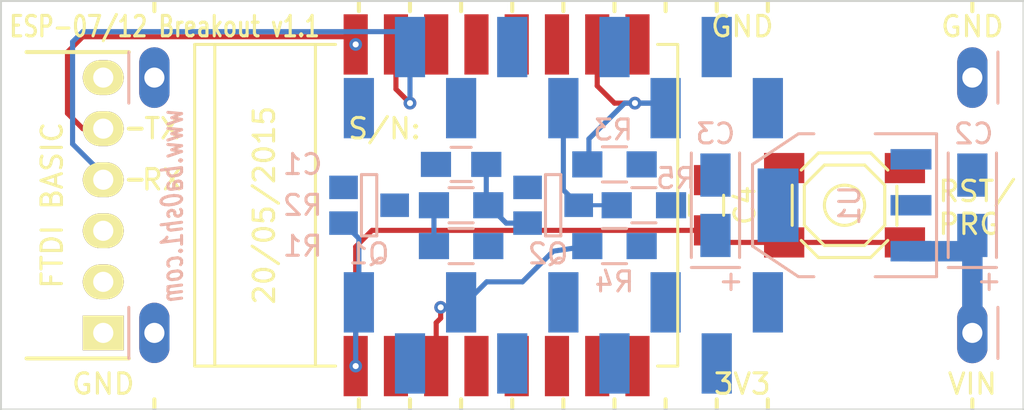
<source format=kicad_pcb>

(kicad_pcb
  (version 4)
  (host pcbnew "(after 2015-may-01 BZR unknown)-product")
  (general
    (links 54)
    (no_connects 0)
    (area 104.854829 118.059999 157.530001 138.480001)
    (thickness 1.6)
    (drawings 43)
    (tracks 245)
    (zones 0)
    (modules 17)
    (nets 23))
  (page A4)
  (layers
    (0 F.Cu signal hide)
    (31 B.Cu signal)
    (32 B.Adhes user hide)
    (33 F.Adhes user hide)
    (34 B.Paste user hide)
    (35 F.Paste user hide)
    (36 B.SilkS user)
    (37 F.SilkS user)
    (38 B.Mask user)
    (39 F.Mask user hide)
    (40 Dwgs.User user hide)
    (41 Cmts.User user hide)
    (42 Eco1.User user hide)
    (43 Eco2.User user hide)
    (44 Edge.Cuts user)
    (45 Margin user hide)
    (46 B.CrtYd user hide)
    (47 F.CrtYd user hide)
    (48 B.Fab user hide)
    (49 F.Fab user hide))
  (setup
    (last_trace_width 0.2032)
    (user_trace_width 0.1524)
    (user_trace_width 0.1524)
    (user_trace_width 0.254)
    (user_trace_width 0.381)
    (user_trace_width 0.508)
    (user_trace_width 1.016)
    (user_trace_width 1.27)
    (user_trace_width 1.524)
    (trace_clearance 0.1524)
    (zone_clearance 0.508)
    (zone_45_only no)
    (trace_min 0.1524)
    (segment_width 0.2)
    (edge_width 0.1)
    (via_size 0.635)
    (via_drill 0.3)
    (via_min_size 0.635)
    (via_min_drill 0.3)
    (user_via 0.635 0)
    (user_via 0.7366 0)
    (user_via 0.8382 0)
    (user_via 1.27 0.4)
    (uvia_size 0.508)
    (uvia_drill 0.127)
    (uvias_allowed no)
    (uvia_min_size 0.508)
    (uvia_min_drill 0.127)
    (pcb_text_width 0.3)
    (pcb_text_size 1.5 1.5)
    (mod_edge_width 0.15)
    (mod_text_size 1 1)
    (mod_text_width 0.15)
    (pad_size 2 1.5)
    (pad_drill 0)
    (pad_to_mask_clearance 0.1)
    (aux_axis_origin 106.68 138.43)
    (visible_elements 7FFFFF69)
    (pcbplotparams
      (layerselection 0x010f0_80000001)
      (usegerberextensions true)
      (gerberprecision 5)
      (excludeedgelayer true)
      (linewidth 0.1524)
      (plotframeref false)
      (viasonmask false)
      (mode 1)
      (useauxorigin true)
      (hpglpennumber 1)
      (hpglpenspeed 20)
      (hpglpendiameter 15)
      (hpglpenoverlay 2)
      (psnegative false)
      (psa4output false)
      (plotreference true)
      (plotvalue true)
      (plotinvisibletext false)
      (padsonsilk false)
      (subtractmaskfromsilk false)
      (outputformat 1)
      (mirror false)
      (drillshape 0)
      (scaleselection 1)
      (outputdirectory gerber)))
  (net 0 "")
  (net 1 "Net-(C1-Pad1)")
  (net 2 GND)
  (net 3 +5V)
  (net 4 +3V3)
  (net 5 /CTS)
  (net 6 /V+)
  (net 7 /TXO)
  (net 8 /RXI)
  (net 9 /DTR)
  (net 10 /RESET)
  (net 11 "Net-(Q1-PadD)")
  (net 12 /GPIO0)
  (net 13 "Net-(M1-Pad10)")
  (net 14 "Net-(M1-Pad3)")
  (net 15 "Net-(M1-Pad2)")
  (net 16 "Net-(M1-Pad4)")
  (net 17 "Net-(M1-Pad5)")
  (net 18 "Net-(M1-Pad6)")
  (net 19 "Net-(M1-Pad7)")
  (net 20 "Net-(M1-Pad13)")
  (net 21 "Net-(M1-Pad14)")
  (net 22 "Net-(M1-Pad11)")
  (net_class Default "This is the default net class."
    (clearance 0.1524)
    (trace_width 0.2032)
    (via_dia 0.635)
    (via_drill 0.3)
    (uvia_dia 0.508)
    (uvia_drill 0.127)
    (add_net +3V3)
    (add_net +5V)
    (add_net /CTS)
    (add_net /DTR)
    (add_net /GPIO0)
    (add_net /RESET)
    (add_net /RXI)
    (add_net /TXO)
    (add_net /V+)
    (add_net GND)
    (add_net "Net-(C1-Pad1)")
    (add_net "Net-(M1-Pad10)")
    (add_net "Net-(M1-Pad11)")
    (add_net "Net-(M1-Pad13)")
    (add_net "Net-(M1-Pad14)")
    (add_net "Net-(M1-Pad2)")
    (add_net "Net-(M1-Pad3)")
    (add_net "Net-(M1-Pad4)")
    (add_net "Net-(M1-Pad5)")
    (add_net "Net-(M1-Pad6)")
    (add_net "Net-(M1-Pad7)")
    (add_net "Net-(Q1-PadD)"))
  (module Capacitors_Tantalum_SMD:TantalC_SizeA_EIA-3216_Wave
    (layer B.Cu)
    (tedit 555A8829)
    (tstamp 54FC78B4)
    (at 142.1765 128.27 90)
    (descr "Tantal Cap. , Size A, EIA-3216, Wave,")
    (tags "Tantal Cap. , Size A, EIA-3216, Wave,")
    (path /54AD5071)
    (attr smd)
    (fp_text reference C3
      (at 3.556 0 180)
      (layer B.SilkS)
      (effects
        (font
          (size 1 1)
          (thickness 0.15))
        (justify mirror)))
    (fp_text value 22u
      (at -0.0635 0.0635 90)
      (layer B.SilkS) hide
      (effects
        (font
          (size 0.254 0.254)
          (thickness 0.0254))
        (justify mirror)))
    (fp_text user +
      (at -3.81 0.6985 90)
      (layer B.SilkS)
      (effects
        (font
          (size 1 1)
          (thickness 0.15))
        (justify mirror)))
    (fp_line
      (start -2.60096 -1.19888)
      (end 2.60096 -1.19888)
      (layer B.SilkS)
      (width 0.15))
    (fp_line
      (start 2.60096 1.19888)
      (end -2.60096 1.19888)
      (layer B.SilkS)
      (width 0.15))
    (fp_line
      (start -3.09626 1.19888)
      (end -3.09626 -1.19888)
      (layer B.SilkS)
      (width 0.15))
    (pad 2 smd rect
      (at 1.50114 0 90)
      (size 2.14884 1.50114)
      (layers B.Cu B.Paste B.Mask))
    (pad 1 smd rect
      (at -1.50114 0 90)
      (size 2.14884 1.50114)
      (layers B.Cu B.Paste B.Mask))
    (model Capacitors_Tantalum_SMD/TantalC_SizeA_EIA-3216_Wave.wrl
      (at
        (xyz 0 0 0))
      (scale
        (xyz 1 1 1))
      (rotate
        (xyz 0 0 180))))
  (module Capacitors_Tantalum_SMD:TantalC_SizeA_EIA-3216_Wave
    (layer B.Cu)
    (tedit 54FC797B)
    (tstamp 54FC78AF)
    (at 154.94 128.27 90)
    (descr "Tantal Cap. , Size A, EIA-3216, Wave,")
    (tags "Tantal Cap. , Size A, EIA-3216, Wave,")
    (path /54AD50D3)
    (attr smd)
    (fp_text reference C2
      (at 3.556 0.0635 360)
      (layer B.SilkS)
      (effects
        (font
          (size 1 1)
          (thickness 0.15))
        (justify mirror)))
    (fp_text value 4u7
      (at -0.09906 -3.0988 90)
      (layer B.SilkS) hide
      (effects
        (font
          (size 1 1)
          (thickness 0.15))
        (justify mirror)))
    (fp_text user +
      (at -3.81 0.762 90)
      (layer B.SilkS)
      (effects
        (font
          (size 1 1)
          (thickness 0.15))
        (justify mirror)))
    (fp_line
      (start -2.60096 -1.19888)
      (end 2.60096 -1.19888)
      (layer B.SilkS)
      (width 0.15))
    (fp_line
      (start 2.60096 1.19888)
      (end -2.60096 1.19888)
      (layer B.SilkS)
      (width 0.15))
    (fp_line
      (start -3.09626 1.19888)
      (end -3.09626 -1.19888)
      (layer B.SilkS)
      (width 0.15))
    (pad 2 smd rect
      (at 1.50114 0 90)
      (size 2.14884 1.50114)
      (layers B.Cu B.Paste B.Mask))
    (pad 1 smd rect
      (at -1.50114 0 90)
      (size 2.14884 1.50114)
      (layers B.Cu B.Paste B.Mask))
    (model Capacitors_Tantalum_SMD/TantalC_SizeA_EIA-3216_Wave.wrl
      (at
        (xyz 0 0 0))
      (scale
        (xyz 1 1 1))
      (rotate
        (xyz 0 0 180))))
  (module Switch:PUSH_4x4_SMD
    (layer F.Cu)
    (tedit 54E04A6C)
    (tstamp 54AE9056)
    (at 148.59 128.27)
    (descr "Pushbutton, 4x4, SMD")
    (path /54AD3C67)
    (autoplace_cost180 10)
    (fp_text reference SW1
      (at 0 -3.59918)
      (layer F.SilkS) hide
      (effects
        (font
          (size 1.016 1.016)
          (thickness 0.1524))))
    (fp_text value SW_PUSH
      (at 0 0)
      (layer F.SilkS) hide
      (effects
        (font
          (size 0.254 0.254)
          (thickness 0.0254))))
    (fp_line
      (start -2.6 -1)
      (end -2.6 1)
      (layer F.SilkS)
      (width 0.1524))
    (fp_line
      (start 2.6 1)
      (end 2.6 -0.95)
      (layer F.SilkS)
      (width 0.1524))
    (fp_line
      (start 1.3 2.6)
      (end 2.15 1.75)
      (layer F.SilkS)
      (width 0.1524))
    (fp_line
      (start -1.3 2.6)
      (end -2.15 1.75)
      (layer F.SilkS)
      (width 0.1524))
    (fp_line
      (start 1.3 -2.6)
      (end 2.15 -1.75)
      (layer F.SilkS)
      (width 0.1524))
    (fp_line
      (start -1.3 -2.6)
      (end -2.15 -1.75)
      (layer F.SilkS)
      (width 0.1524))
    (fp_line
      (start -1.99898 1.00076)
      (end -1.00076 1.99898)
      (layer F.SilkS)
      (width 0.1524))
    (fp_line
      (start -1.00076 1.99898)
      (end 1.00076 1.99898)
      (layer F.SilkS)
      (width 0.1524))
    (fp_line
      (start 1.00076 1.99898)
      (end 1.99898 1.00076)
      (layer F.SilkS)
      (width 0.1524))
    (fp_line
      (start 1.99898 1.00076)
      (end 1.99898 -1.00076)
      (layer F.SilkS)
      (width 0.1524))
    (fp_line
      (start 1.99898 -1.00076)
      (end 1.00076 -1.99898)
      (layer F.SilkS)
      (width 0.1524))
    (fp_line
      (start 1.00076 -1.99898)
      (end -1.00076 -1.99898)
      (layer F.SilkS)
      (width 0.1524))
    (fp_line
      (start -1.00076 -1.99898)
      (end -1.99898 -1.00076)
      (layer F.SilkS)
      (width 0.1524))
    (fp_line
      (start -1.99898 -1.00076)
      (end -1.99898 1.00076)
      (layer F.SilkS)
      (width 0.1524))
    (fp_line
      (start -1.30048 2.60096)
      (end 1.30048 2.60096)
      (layer F.SilkS)
      (width 0.1524))
    (fp_line
      (start 1.30048 -2.60096)
      (end -1.30048 -2.60096)
      (layer F.SilkS)
      (width 0.1524))
    (fp_circle
      (center 0 0)
      (end -1.00076 0)
      (layer F.SilkS)
      (width 0.1524))
    (pad 1 smd rect
      (at -2.99974 -1.84912)
      (size 2 1.5)
      (layers F.Cu F.Paste F.Mask))
    (pad 2 smd rect
      (at 2.99974 1.84912)
      (size 2 1.5)
      (layers F.Cu F.Paste F.Mask)
      (net 10 /RESET))
    (pad 2 smd rect
      (at -2.99974 1.84912)
      (size 2 1.5)
      (layers F.Cu F.Paste F.Mask)
      (net 10 /RESET))
    (pad 1 smd rect
      (at 2.99974 -1.84912)
      (size 2 1.5)
      (layers F.Cu F.Paste F.Mask))
    (model D:/Workspace/KiCad/modules/packages3d/PUSH_4x4_SMD.wrl
      (at
        (xyz 0 0 0))
      (scale
        (xyz 1 1 1))
      (rotate
        (xyz 0 0 0))))
  (module SMD_Packages:SOT-23-GDS
    (layer B.Cu)
    (tedit 5506DBEC)
    (tstamp 54AEA54D)
    (at 134.112 128.27 270)
    (descr "Module CMS SOT23 Transistore EBC")
    (tags "CMS SOT")
    (path /54AD3C30)
    (attr smd)
    (fp_text reference Q2
      (at 2.413 0.254 540)
      (layer B.SilkS)
      (effects
        (font
          (size 1 1)
          (thickness 0.15))
        (justify mirror)))
    (fp_text value BSS138
      (at 0 0 270)
      (layer B.SilkS) hide
      (effects
        (font
          (size 0.254 0.254)
          (thickness 0.0254))
        (justify mirror)))
    (fp_line
      (start -1.524 0.381)
      (end 1.524 0.381)
      (layer B.SilkS)
      (width 0.15))
    (fp_line
      (start 1.524 0.381)
      (end 1.524 -0.381)
      (layer B.SilkS)
      (width 0.15))
    (fp_line
      (start 1.524 -0.381)
      (end -1.524 -0.381)
      (layer B.SilkS)
      (width 0.15))
    (fp_line
      (start -1.524 -0.381)
      (end -1.524 0.381)
      (layer B.SilkS)
      (width 0.15))
    (pad S smd rect
      (at -0.889 1.27 270)
      (size 1.1684 1.4224)
      (layers B.Cu B.Paste B.Mask))
    (pad G smd rect
      (at 0.889 1.27 270)
      (size 1.1684 1.4224)
      (layers B.Cu B.Paste B.Mask)
      (net 1 "Net-(C1-Pad1)"))
    (pad D smd rect
      (at 0 -1.27 270)
      (size 1.1684 1.4224)
      (layers B.Cu B.Paste B.Mask)
      (net 12 /GPIO0))
    (model SMD_Packages/SOT-23-GDS.wrl
      (at
        (xyz 0 0 0))
      (scale
        (xyz 0.13 0.15 0.15))
      (rotate
        (xyz 0 0 0))))
  (module SMD_Packages:SOT-23-GDS
    (layer B.Cu)
    (tedit 5506DBF4)
    (tstamp 54B14682)
    (at 124.968 128.27 270)
    (descr "Module CMS SOT23 Transistore EBC")
    (tags "CMS SOT")
    (path /54AD3D9E)
    (attr smd)
    (fp_text reference Q1
      (at 2.413 0 540)
      (layer B.SilkS)
      (effects
        (font
          (size 1 1)
          (thickness 0.15))
        (justify mirror)))
    (fp_text value BSS138
      (at 0 0 270)
      (layer B.SilkS) hide
      (effects
        (font
          (size 0.254 0.254)
          (thickness 0.0254))
        (justify mirror)))
    (fp_line
      (start -1.524 0.381)
      (end 1.524 0.381)
      (layer B.SilkS)
      (width 0.15))
    (fp_line
      (start 1.524 0.381)
      (end 1.524 -0.381)
      (layer B.SilkS)
      (width 0.15))
    (fp_line
      (start 1.524 -0.381)
      (end -1.524 -0.381)
      (layer B.SilkS)
      (width 0.15))
    (fp_line
      (start -1.524 -0.381)
      (end -1.524 0.381)
      (layer B.SilkS)
      (width 0.15))
    (pad S smd rect
      (at -0.889 1.27 270)
      (size 1.1684 1.4224)
      (layers B.Cu B.Paste B.Mask))
    (pad G smd rect
      (at 0.889 1.27 270)
      (size 1.1684 1.4224)
      (layers B.Cu B.Paste B.Mask)
      (net 10 /RESET))
    (pad D smd rect
      (at 0 -1.27 270)
      (size 1.1684 1.4224)
      (layers B.Cu B.Paste B.Mask))
    (model SMD_Packages/SOT-23-GDS.wrl
      (at
        (xyz 0 0 0))
      (scale
        (xyz 0.13 0.15 0.15))
      (rotate
        (xyz 0 0 0))))
  (module Breakout:SMD-PINHEADER-11A
    (layer B.Cu)
    (tedit inf)
    (tstamp 54B12F2F)
    (at 114.3 121.92)
    (path /54AE7D67)
    (attr virtual)
    (fp_text reference P2
      (at 0 2.54)
      (layer B.SilkS) hide
      (effects
        (font
          (size 1.016 1.016)
          (thickness 0.1524))
        (justify mirror)))
    (fp_text value CONN_01X11
      (at 2.54 0)
      (layer B.SilkS) hide
      (effects
        (font
          (size 0.254 0.254)
          (thickness 0.0254))
        (justify mirror)))
    (fp_line
      (start 41.91 1.27)
      (end 41.91 -1.27)
      (layer B.SilkS)
      (width 0.15))
    (fp_line
      (start -1.27 1.27)
      (end -1.27 -1.27)
      (layer B.SilkS)
      (width 0.15))
    (pad 11 thru_hole oval
      (at 40.64 0)
      (size 1.50622 3.01498)
      (drill 0.99822)
      (layers *.Cu *.Mask))
    (pad 1 thru_hole oval
      (at 0 0)
      (size 1.50622 3.01498)
      (drill 0.99822)
      (layers *.Cu *.Mask))
    (pad 2 smd rect
      (at 10.16 1.52)
      (size 1.5 3)
      (layers B.Cu B.Paste B.Mask))
    (pad 3 smd rect
      (at 12.7 -1.52)
      (size 1.5 3)
      (layers B.Cu B.Paste B.Mask))
    (pad 4 smd rect
      (at 15.24 1.52)
      (size 1.5 3)
      (layers B.Cu B.Paste B.Mask))
    (pad 5 smd rect
      (at 17.78 -1.52)
      (size 1.5 3)
      (layers B.Cu B.Paste B.Mask))
    (pad 6 smd rect
      (at 20.32 1.52)
      (size 1.5 3)
      (layers B.Cu B.Paste B.Mask)
      (net 12 /GPIO0))
    (pad 7 smd rect
      (at 22.86 -1.52)
      (size 1.5 3)
      (layers B.Cu B.Paste B.Mask))
    (pad 8 smd rect
      (at 25.4 1.52)
      (size 1.5 3)
      (layers B.Cu B.Paste B.Mask))
    (pad 9 smd rect
      (at 27.94 -1.52)
      (size 1.5 3)
      (layers B.Cu B.Paste B.Mask))
    (pad 10 smd rect
      (at 30.48 1.52)
      (size 1.5 3)
      (layers B.Cu B.Paste B.Mask)))
  (module Breakout:SMD-PINHEADER-11B
    (layer B.Cu)
    (tedit 54E03FE7)
    (tstamp 54B12F45)
    (at 114.3 134.62)
    (path /54AE7843)
    (attr virtual)
    (fp_text reference P3
      (at 0 -2.54)
      (layer B.SilkS) hide
      (effects
        (font
          (size 1.016 1.016)
          (thickness 0.1524))
        (justify mirror)))
    (fp_text value CONN_01X11
      (at 2.54 0)
      (layer B.SilkS) hide
      (effects
        (font
          (size 0.254 0.254)
          (thickness 0.0254))
        (justify mirror)))
    (fp_line
      (start 41.91 1.27)
      (end 41.91 -1.27)
      (layer B.SilkS)
      (width 0.15))
    (fp_line
      (start -1.27 1.27)
      (end -1.27 -1.27)
      (layer B.SilkS)
      (width 0.15))
    (pad 11 thru_hole oval
      (at 40.64 0)
      (size 1.50622 3.01498)
      (drill 0.99822)
      (layers *.Cu *.Mask)
      (net 3 +5V))
    (pad 1 thru_hole oval
      (at 0 0)
      (size 1.5 3)
      (drill 1)
      (layers *.Cu *.Mask))
    (pad 2 smd rect
      (at 10.16 -1.52)
      (size 1.5 3)
      (layers B.Cu B.Paste B.Mask)
      (net 10 /RESET))
    (pad 3 smd rect
      (at 12.7 1.52)
      (size 1.5 3)
      (layers B.Cu B.Paste B.Mask))
    (pad 4 smd rect
      (at 15.24 -1.52)
      (size 1.5 3)
      (layers B.Cu B.Paste B.Mask))
    (pad 5 smd rect
      (at 17.78 1.52)
      (size 1.5 3)
      (layers B.Cu B.Paste B.Mask))
    (pad 6 smd rect
      (at 20.32 -1.52)
      (size 1.5 3)
      (layers B.Cu B.Paste B.Mask))
    (pad 7 smd rect
      (at 22.86 1.52)
      (size 1.5 3)
      (layers B.Cu B.Paste B.Mask))
    (pad 8 smd rect
      (at 25.4 -1.52)
      (size 1.5 3)
      (layers B.Cu B.Paste B.Mask))
    (pad 9 smd rect
      (at 27.94 1.52)
      (size 1.5 3)
      (layers B.Cu B.Paste B.Mask))
    (pad 10 smd rect
      (at 30.48 -1.52)
      (size 1.5 3)
      (layers B.Cu B.Paste B.Mask)))
  (module Pin_Headers:Pin_Header_Angled_1x06
    (layer F.Cu)
    (tedit 54C11447)
    (tstamp 54B1F246)
    (at 111.76 128.27 90)
    (descr "Through hole pin header")
    (tags "pin header")
    (path /54AD3CB0)
    (fp_text reference P1
      (at 0 -3.81 90)
      (layer F.SilkS) hide
      (effects
        (font
          (size 1 1)
          (thickness 0.15))))
    (fp_text value "FTDI BASIC"
      (at 0 -2.54 90)
      (layer F.SilkS)
      (effects
        (font
          (size 1.016 1.016)
          (thickness 0.1524))))
    (pad 1 thru_hole rect
      (at -6.35 0 90)
      (size 1.7272 2.032)
      (drill 1)
      (layers *.Cu *.Mask F.SilkS))
    (pad 2 thru_hole oval
      (at -3.81 0 90)
      (size 1.7272 2.032)
      (drill 1)
      (layers *.Cu *.Mask F.SilkS))
    (pad 3 thru_hole oval
      (at -1.27 0 90)
      (size 1.7272 2.032)
      (drill 1)
      (layers *.Cu *.Mask F.SilkS))
    (pad 4 thru_hole oval
      (at 1.27 0 90)
      (size 1.7272 2.032)
      (drill 1)
      (layers *.Cu *.Mask F.SilkS)
      (net 7 /TXO))
    (pad 5 thru_hole oval
      (at 3.81 0 90)
      (size 1.7272 2.032)
      (drill 1)
      (layers *.Cu *.Mask F.SilkS)
      (net 8 /RXI))
    (pad 6 thru_hole oval
      (at 6.35 0 90)
      (size 1.7272 2.032)
      (drill 1)
      (layers *.Cu *.Mask F.SilkS))
    (model Pin_Headers/Pin_Header_Angled_1x06.wrl
      (at
        (xyz 0 0 0))
      (scale
        (xyz 1 1 1))
      (rotate
        (xyz 0 0 0))))
  (module ESP8266:ESP-07
    (layer F.Cu)
    (tedit 54B145D5)
    (tstamp 54B12F19)
    (at 130.302 128.27)
    (path /54AAAAD0)
    (fp_text reference M1
      (at 0 0)
      (layer F.SilkS) hide
      (effects
        (font
          (size 1 1)
          (thickness 0.15))))
    (fp_text value ESP-07
      (at -6.604 0 90)
      (layer F.SilkS) hide
      (effects
        (font
          (size 1.016 1.016)
          (thickness 0.1524))))
    (fp_line
      (start -13 -8)
      (end -14 -8)
      (layer F.SilkS)
      (width 0.15))
    (fp_line
      (start -14 -8)
      (end -14 8)
      (layer F.SilkS)
      (width 0.15))
    (fp_line
      (start -14 8)
      (end -13 8)
      (layer F.SilkS)
      (width 0.15))
    (fp_line
      (start -8 -8)
      (end -8 8)
      (layer F.SilkS)
      (width 0.15))
    (fp_line
      (start -7 8)
      (end -13 8)
      (layer F.SilkS)
      (width 0.15))
    (fp_line
      (start -13 8)
      (end -13 -8)
      (layer F.SilkS)
      (width 0.15))
    (fp_line
      (start -13 -8)
      (end -7 -8)
      (layer F.SilkS)
      (width 0.15))
    (fp_line
      (start 9 8)
      (end 10 8)
      (layer F.SilkS)
      (width 0.15))
    (fp_line
      (start 10 8)
      (end 10 -8)
      (layer F.SilkS)
      (width 0.15))
    (fp_line
      (start 10 -8)
      (end 9 -8)
      (layer F.SilkS)
      (width 0.15))
    (pad 1 smd rect
      (at -6 8)
      (size 1.2 3)
      (layers F.Cu F.Paste F.Mask)
      (net 10 /RESET))
    (pad 2 smd rect
      (at -4 8)
      (size 1.2 3)
      (layers F.Cu F.Paste F.Mask))
    (pad 3 smd rect
      (at -2 8)
      (size 1.2 3)
      (layers F.Cu F.Paste F.Mask)
      (net 14 "Net-(M1-Pad3)"))
    (pad 4 smd rect
      (at 0 8)
      (size 1.2 3)
      (layers F.Cu F.Paste F.Mask))
    (pad 5 smd rect
      (at 2 8)
      (size 1.2 3)
      (layers F.Cu F.Paste F.Mask))
    (pad 6 smd rect
      (at 4 8)
      (size 1.2 3)
      (layers F.Cu F.Paste F.Mask))
    (pad 7 smd rect
      (at 6 8)
      (size 1.2 3)
      (layers F.Cu F.Paste F.Mask))
    (pad 8 smd rect
      (at 8 8)
      (size 1.2 3)
      (layers F.Cu F.Paste F.Mask))
    (pad 9 smd rect
      (at 8 -8)
      (size 1.2 3)
      (layers F.Cu F.Paste F.Mask))
    (pad 10 smd rect
      (at 6 -8)
      (size 1.2 3)
      (layers F.Cu F.Paste F.Mask)
      (net 13 "Net-(M1-Pad10)"))
    (pad 12 smd rect
      (at 2 -8)
      (size 1.2 3)
      (layers F.Cu F.Paste F.Mask))
    (pad 13 smd rect
      (at 0 -8)
      (size 1.2 3)
      (layers F.Cu F.Paste F.Mask))
    (pad 14 smd rect
      (at -2 -8)
      (size 1.2 3)
      (layers F.Cu F.Paste F.Mask))
    (pad 15 smd rect
      (at -4 -8)
      (size 1.2 3)
      (layers F.Cu F.Paste F.Mask)
      (net 7 /TXO))
    (pad 16 smd rect
      (at -6 -8)
      (size 1.2 3)
      (layers F.Cu F.Paste F.Mask)
      (net 8 /RXI))
    (pad 11 smd rect
      (at 4 -8)
      (size 1.2 3)
      (layers F.Cu F.Paste F.Mask)))
  (module SMD_Packages:SOT-223
    (layer B.Cu)
    (tedit 54B2011B)
    (tstamp 54B14C77)
    (at 148.59 128.27 270)
    (descr "module CMS SOT223 4 pins")
    (tags "CMS SOT")
    (path /54AD4F12)
    (attr smd)
    (fp_text reference U1
      (at 0 -0.254 270)
      (layer B.SilkS)
      (effects
        (font
          (size 1 1)
          (thickness 0.15))
        (justify mirror)))
    (fp_text value 1117-3.3
      (at 0 -0.762 270)
      (layer B.SilkS) hide
      (effects
        (font
          (size 0.254 0.254)
          (thickness 0.0254))
        (justify mirror)))
    (fp_line
      (start -3.556 -1.524)
      (end -3.556 -4.572)
      (layer B.SilkS)
      (width 0.15))
    (fp_line
      (start -3.556 -4.572)
      (end 3.556 -4.572)
      (layer B.SilkS)
      (width 0.15))
    (fp_line
      (start 3.556 -4.572)
      (end 3.556 -1.524)
      (layer B.SilkS)
      (width 0.15))
    (fp_line
      (start -3.556 1.524)
      (end -3.556 2.286)
      (layer B.SilkS)
      (width 0.15))
    (fp_line
      (start -3.556 2.286)
      (end -2.032 4.572)
      (layer B.SilkS)
      (width 0.15))
    (fp_line
      (start -2.032 4.572)
      (end 2.032 4.572)
      (layer B.SilkS)
      (width 0.15))
    (fp_line
      (start 2.032 4.572)
      (end 3.556 2.286)
      (layer B.SilkS)
      (width 0.15))
    (fp_line
      (start 3.556 2.286)
      (end 3.556 1.524)
      (layer B.SilkS)
      (width 0.15))
    (pad 2 smd rect
      (at 0 3.302 270)
      (size 3.6576 2.032)
      (layers B.Cu B.Paste B.Mask))
    (pad 2 smd rect
      (at 0 -3.302 270)
      (size 1.016 2.032)
      (layers B.Cu B.Paste B.Mask))
    (pad 3 smd rect
      (at 2.286 -3.302 270)
      (size 1.016 2.032)
      (layers B.Cu B.Paste B.Mask)
      (net 3 +5V))
    (pad 1 smd rect
      (at -2.286 -3.302 270)
      (size 1.016 2.032)
      (layers B.Cu B.Paste B.Mask))
    (model SMD_Packages/SOT-223.wrl
      (at
        (xyz 0 0 0))
      (scale
        (xyz 0.4 0.4 0.4))
      (rotate
        (xyz 0 0 0))))
  (module Capacitors_SMD:C_0805_HandSoldering
    (layer B.Cu)
    (tedit 5506DBE0)
    (tstamp 54AE96B8)
    (at 129.54 126.238 180)
    (descr "Capacitor SMD 0805, hand soldering")
    (tags "capacitor 0805")
    (path /54AD3E65)
    (attr smd)
    (fp_text reference C1
      (at 7.874 0 180)
      (layer B.SilkS)
      (effects
        (font
          (size 1 1)
          (thickness 0.15))
        (justify mirror)))
    (fp_text value 2u2
      (at 0 0 450)
      (layer B.SilkS) hide
      (effects
        (font
          (size 0.254 0.254)
          (thickness 0.0254))
        (justify mirror)))
    (fp_line
      (start -2.3 1)
      (end 2.3 1)
      (layer B.CrtYd)
      (width 0.05))
    (fp_line
      (start -2.3 -1)
      (end 2.3 -1)
      (layer B.CrtYd)
      (width 0.05))
    (fp_line
      (start -2.3 1)
      (end -2.3 -1)
      (layer B.CrtYd)
      (width 0.05))
    (fp_line
      (start 2.3 1)
      (end 2.3 -1)
      (layer B.CrtYd)
      (width 0.05))
    (fp_line
      (start 0.5 0.85)
      (end -0.5 0.85)
      (layer B.SilkS)
      (width 0.15))
    (fp_line
      (start -0.5 -0.85)
      (end 0.5 -0.85)
      (layer B.SilkS)
      (width 0.15))
    (pad 1 smd rect
      (at -1.25 0 180)
      (size 1.5 1.25)
      (layers B.Cu B.Paste B.Mask)
      (net 1 "Net-(C1-Pad1)"))
    (pad 2 smd rect
      (at 1.25 0 180)
      (size 1.5 1.25)
      (layers B.Cu B.Paste B.Mask))
    (model Capacitors_SMD/C_0805_HandSoldering.wrl
      (at
        (xyz 0 0 0))
      (scale
        (xyz 1 1 1))
      (rotate
        (xyz 0 0 0))))
  (module Resistors_SMD:R_0805_HandSoldering
    (layer B.Cu)
    (tedit 5506DBE5)
    (tstamp 54AE96C5)
    (at 129.54 130.302 180)
    (descr "Resistor SMD 0805, hand soldering")
    (tags "resistor 0805")
    (path /54AD3DBC)
    (attr smd)
    (fp_text reference R1
      (at 7.874 0 360)
      (layer B.SilkS)
      (effects
        (font
          (size 1 1)
          (thickness 0.15))
        (justify mirror)))
    (fp_text value 470K
      (at 0 0 450)
      (layer B.SilkS) hide
      (effects
        (font
          (size 0.254 0.254)
          (thickness 0.0254))
        (justify mirror)))
    (fp_line
      (start -2.4 1)
      (end 2.4 1)
      (layer B.CrtYd)
      (width 0.05))
    (fp_line
      (start -2.4 -1)
      (end 2.4 -1)
      (layer B.CrtYd)
      (width 0.05))
    (fp_line
      (start -2.4 1)
      (end -2.4 -1)
      (layer B.CrtYd)
      (width 0.05))
    (fp_line
      (start 2.4 1)
      (end 2.4 -1)
      (layer B.CrtYd)
      (width 0.05))
    (fp_line
      (start 0.6 -0.875)
      (end -0.6 -0.875)
      (layer B.SilkS)
      (width 0.15))
    (fp_line
      (start -0.6 0.875)
      (end 0.6 0.875)
      (layer B.SilkS)
      (width 0.15))
    (pad 1 smd rect
      (at -1.35 0 180)
      (size 1.5 1.3)
      (layers B.Cu B.Paste B.Mask))
    (pad 2 smd rect
      (at 1.35 0 180)
      (size 1.5 1.3)
      (layers B.Cu B.Paste B.Mask)
      (net 11 "Net-(Q1-PadD)"))
    (model Resistors_SMD/R_0805_HandSoldering.wrl
      (at
        (xyz 0 0 0))
      (scale
        (xyz 1 1 1))
      (rotate
        (xyz 0 0 0))))
  (module Resistors_SMD:R_0805_HandSoldering
    (layer B.Cu)
    (tedit 5506DBDC)
    (tstamp 54AD5238)
    (at 129.54 128.27 180)
    (descr "Resistor SMD 0805, hand soldering")
    (tags "resistor 0805")
    (path /54AD417F)
    (attr smd)
    (fp_text reference R2
      (at 7.874 0 180)
      (layer B.SilkS)
      (effects
        (font
          (size 1 1)
          (thickness 0.15))
        (justify mirror)))
    (fp_text value 100K
      (at 0 0 180)
      (layer B.SilkS) hide
      (effects
        (font
          (size 0.254 0.254)
          (thickness 0.0254))
        (justify mirror)))
    (fp_line
      (start -2.4 1)
      (end 2.4 1)
      (layer B.CrtYd)
      (width 0.05))
    (fp_line
      (start -2.4 -1)
      (end 2.4 -1)
      (layer B.CrtYd)
      (width 0.05))
    (fp_line
      (start -2.4 1)
      (end -2.4 -1)
      (layer B.CrtYd)
      (width 0.05))
    (fp_line
      (start 2.4 1)
      (end 2.4 -1)
      (layer B.CrtYd)
      (width 0.05))
    (fp_line
      (start 0.6 -0.875)
      (end -0.6 -0.875)
      (layer B.SilkS)
      (width 0.15))
    (fp_line
      (start -0.6 0.875)
      (end 0.6 0.875)
      (layer B.SilkS)
      (width 0.15))
    (pad 1 smd rect
      (at -1.35 0 180)
      (size 1.5 1.3)
      (layers B.Cu B.Paste B.Mask)
      (net 1 "Net-(C1-Pad1)"))
    (pad 2 smd rect
      (at 1.35 0 180)
      (size 1.5 1.3)
      (layers B.Cu B.Paste B.Mask)
      (net 11 "Net-(Q1-PadD)"))
    (model Resistors_SMD/R_0805_HandSoldering.wrl
      (at
        (xyz 0 0 0))
      (scale
        (xyz 1 1 1))
      (rotate
        (xyz 0 0 0))))
  (module Resistors_SMD:R_0805_HandSoldering
    (layer B.Cu)
    (tedit 555A8B2A)
    (tstamp 54AD523E)
    (at 137.16 126.238 180)
    (descr "Resistor SMD 0805, hand soldering")
    (tags "resistor 0805")
    (path /54AD7C25)
    (attr smd)
    (fp_text reference R3
      (at 0.0635 1.7145 180)
      (layer B.SilkS)
      (effects
        (font
          (size 1 1)
          (thickness 0.15))
        (justify mirror)))
    (fp_text value 10K
      (at 0 0 180)
      (layer B.SilkS) hide
      (effects
        (font
          (size 0.254 0.254)
          (thickness 0.0254))
        (justify mirror)))
    (fp_line
      (start -2.4 1)
      (end 2.4 1)
      (layer B.CrtYd)
      (width 0.05))
    (fp_line
      (start -2.4 -1)
      (end 2.4 -1)
      (layer B.CrtYd)
      (width 0.05))
    (fp_line
      (start -2.4 1)
      (end -2.4 -1)
      (layer B.CrtYd)
      (width 0.05))
    (fp_line
      (start 2.4 1)
      (end 2.4 -1)
      (layer B.CrtYd)
      (width 0.05))
    (fp_line
      (start 0.6 -0.875)
      (end -0.6 -0.875)
      (layer B.SilkS)
      (width 0.15))
    (fp_line
      (start -0.6 0.875)
      (end 0.6 0.875)
      (layer B.SilkS)
      (width 0.15))
    (pad 1 smd rect
      (at -1.35 0 180)
      (size 1.5 1.3)
      (layers B.Cu B.Paste B.Mask))
    (pad 2 smd rect
      (at 1.35 0 180)
      (size 1.5 1.3)
      (layers B.Cu B.Paste B.Mask)
      (net 13 "Net-(M1-Pad10)"))
    (model Resistors_SMD/R_0805_HandSoldering.wrl
      (at
        (xyz 0 0 0))
      (scale
        (xyz 1 1 1))
      (rotate
        (xyz 0 0 0))))
  (module Resistors_SMD:R_0805_HandSoldering
    (layer B.Cu)
    (tedit 54B0A223)
    (tstamp 54AD5244)
    (at 137.16 130.302)
    (descr "Resistor SMD 0805, hand soldering")
    (tags "resistor 0805")
    (path /54AD84DF)
    (attr smd)
    (fp_text reference R4
      (at 0 1.778)
      (layer B.SilkS)
      (effects
        (font
          (size 1 1)
          (thickness 0.15))
        (justify mirror)))
    (fp_text value 47K
      (at 0 0)
      (layer B.SilkS) hide
      (effects
        (font
          (size 0.254 0.254)
          (thickness 0.0254))
        (justify mirror)))
    (fp_line
      (start -2.4 1)
      (end 2.4 1)
      (layer B.CrtYd)
      (width 0.05))
    (fp_line
      (start -2.4 -1)
      (end 2.4 -1)
      (layer B.CrtYd)
      (width 0.05))
    (fp_line
      (start -2.4 1)
      (end -2.4 -1)
      (layer B.CrtYd)
      (width 0.05))
    (fp_line
      (start 2.4 1)
      (end 2.4 -1)
      (layer B.CrtYd)
      (width 0.05))
    (fp_line
      (start 0.6 -0.875)
      (end -0.6 -0.875)
      (layer B.SilkS)
      (width 0.15))
    (fp_line
      (start -0.6 0.875)
      (end 0.6 0.875)
      (layer B.SilkS)
      (width 0.15))
    (pad 1 smd rect
      (at -1.35 0)
      (size 1.5 1.3)
      (layers B.Cu B.Paste B.Mask)
      (net 14 "Net-(M1-Pad3)"))
    (pad 2 smd rect
      (at 1.35 0)
      (size 1.5 1.3)
      (layers B.Cu B.Paste B.Mask))
    (model Resistors_SMD/R_0805_HandSoldering.wrl
      (at
        (xyz 0 0 0))
      (scale
        (xyz 1 1 1))
      (rotate
        (xyz 0 0 0))))
  (module Capacitors_SMD:C_0805_HandSoldering
    (layer F.Cu)
    (tedit 54B1F63D)
    (tstamp 54B0AE63)
    (at 141.732 128.27 90)
    (descr "Capacitor SMD 0805, hand soldering")
    (tags "capacitor 0805")
    (path /54AF2F9C)
    (attr smd)
    (fp_text reference C4
      (at 0 1.905 270)
      (layer F.SilkS)
      (effects
        (font
          (size 1 1)
          (thickness 0.15))))
    (fp_text value 0.1u
      (at 0 0.127 90)
      (layer F.SilkS) hide
      (effects
        (font
          (size 0.254 0.254)
          (thickness 0.0254))))
    (fp_line
      (start -2.3 -1)
      (end 2.3 -1)
      (layer F.CrtYd)
      (width 0.05))
    (fp_line
      (start -2.3 1)
      (end 2.3 1)
      (layer F.CrtYd)
      (width 0.05))
    (fp_line
      (start -2.3 -1)
      (end -2.3 1)
      (layer F.CrtYd)
      (width 0.05))
    (fp_line
      (start 2.3 -1)
      (end 2.3 1)
      (layer F.CrtYd)
      (width 0.05))
    (fp_line
      (start 0.5 -0.85)
      (end -0.5 -0.85)
      (layer F.SilkS)
      (width 0.15))
    (fp_line
      (start -0.5 0.85)
      (end 0.5 0.85)
      (layer F.SilkS)
      (width 0.15))
    (pad 1 smd rect
      (at -1.25 0 90)
      (size 1.5 1.25)
      (layers F.Cu F.Paste F.Mask)
      (net 10 /RESET))
    (pad 2 smd rect
      (at 1.25 0 90)
      (size 1.5 1.25)
      (layers F.Cu F.Paste F.Mask))
    (model Capacitors_SMD/C_0805_HandSoldering.wrl
      (at
        (xyz 0 0 0))
      (scale
        (xyz 1 1 1))
      (rotate
        (xyz 0 0 0))))
  (module Resistors_SMD:R_0805_HandSoldering
    (layer B.Cu)
    (tedit 555A8B4B)
    (tstamp 555A87BC)
    (at 138.6205 128.27)
    (descr "Resistor SMD 0805, hand soldering")
    (tags "resistor 0805")
    (path /555AA470)
    (attr smd)
    (fp_text reference R5
      (at 1.5875 -1.3335)
      (layer B.SilkS)
      (effects
        (font
          (size 1 1)
          (thickness 0.15))
        (justify mirror)))
    (fp_text value 10K
      (at 0 0 90)
      (layer B.Fab) hide
      (effects
        (font
          (size 0.254 0.254)
          (thickness 0.0254))
        (justify mirror)))
    (fp_line
      (start -2.4 1)
      (end 2.4 1)
      (layer B.CrtYd)
      (width 0.05))
    (fp_line
      (start -2.4 -1)
      (end 2.4 -1)
      (layer B.CrtYd)
      (width 0.05))
    (fp_line
      (start -2.4 1)
      (end -2.4 -1)
      (layer B.CrtYd)
      (width 0.05))
    (fp_line
      (start 2.4 1)
      (end 2.4 -1)
      (layer B.CrtYd)
      (width 0.05))
    (fp_line
      (start 0.6 -0.875)
      (end -0.6 -0.875)
      (layer B.SilkS)
      (width 0.15))
    (fp_line
      (start -0.6 0.875)
      (end 0.6 0.875)
      (layer B.SilkS)
      (width 0.15))
    (pad 1 smd rect
      (at -1.35 0)
      (size 1.5 1.3)
      (layers B.Cu B.Paste B.Mask)
      (net 12 /GPIO0))
    (pad 2 smd rect
      (at 1.35 0)
      (size 1.5 1.3)
      (layers B.Cu B.Paste B.Mask))
    (model Resistors_SMD.3dshapes/R_0805_HandSoldering.wrl
      (at
        (xyz 0 0 0))
      (scale
        (xyz 1 1 1))
      (rotate
        (xyz 0 0 0))))
  (gr_line
    (start 154.94 118.618)
    (end 154.94 118.1735)
    (angle 90)
    (layer F.SilkS)
    (width 0.2))
  (gr_line
    (start 144.78 118.618)
    (end 144.78 118.1735)
    (angle 90)
    (layer F.SilkS)
    (width 0.2))
  (gr_line
    (start 142.24 118.618)
    (end 142.24 118.1735)
    (angle 90)
    (layer F.SilkS)
    (width 0.2))
  (gr_line
    (start 139.7 118.618)
    (end 139.7 118.1735)
    (angle 90)
    (layer F.SilkS)
    (width 0.2))
  (gr_line
    (start 137.16 118.618)
    (end 137.16 118.1735)
    (angle 90)
    (layer F.SilkS)
    (width 0.2))
  (gr_line
    (start 134.62 118.618)
    (end 134.62 118.1735)
    (angle 90)
    (layer F.SilkS)
    (width 0.2))
  (gr_line
    (start 132.08 118.618)
    (end 132.08 118.1735)
    (angle 90)
    (layer F.SilkS)
    (width 0.2))
  (gr_line
    (start 129.54 118.618)
    (end 129.54 118.1735)
    (angle 90)
    (layer F.SilkS)
    (width 0.2))
  (gr_line
    (start 127 118.618)
    (end 127 118.1735)
    (angle 90)
    (layer F.SilkS)
    (width 0.2))
  (gr_line
    (start 124.46 118.618)
    (end 124.46 118.1735)
    (angle 90)
    (layer F.SilkS)
    (width 0.2))
  (gr_line
    (start 114.3 118.618)
    (end 114.3 118.1735)
    (angle 90)
    (layer F.SilkS)
    (width 0.2))
  (gr_line
    (start 154.94 137.922)
    (end 154.94 138.3665)
    (angle 90)
    (layer F.SilkS)
    (width 0.2))
  (gr_line
    (start 144.78 137.922)
    (end 144.78 138.3665)
    (angle 90)
    (layer F.SilkS)
    (width 0.2))
  (gr_line
    (start 142.24 137.922)
    (end 142.24 138.3665)
    (angle 90)
    (layer F.SilkS)
    (width 0.2))
  (gr_line
    (start 139.7 137.922)
    (end 139.7 138.3665)
    (angle 90)
    (layer F.SilkS)
    (width 0.2))
  (gr_line
    (start 137.16 137.922)
    (end 137.16 138.3665)
    (angle 90)
    (layer F.SilkS)
    (width 0.2))
  (gr_line
    (start 134.62 137.922)
    (end 134.62 138.3665)
    (angle 90)
    (layer F.SilkS)
    (width 0.2))
  (gr_line
    (start 132.08 137.922)
    (end 132.08 138.3665)
    (angle 90)
    (layer F.SilkS)
    (width 0.2))
  (gr_line
    (start 129.54 137.922)
    (end 129.54 138.3665)
    (angle 90)
    (layer F.SilkS)
    (width 0.2))
  (gr_line
    (start 127 137.922)
    (end 127 138.3665)
    (angle 90)
    (layer F.SilkS)
    (width 0.2))
  (gr_line
    (start 124.46 137.922)
    (end 124.46 138.3665)
    (angle 90)
    (layer F.SilkS)
    (width 0.2))
  (gr_line
    (start 114.3 137.922)
    (end 114.3 138.3665)
    (angle 90)
    (layer F.SilkS)
    (width 0.2))
  (gr_line
    (start 113.03 127)
    (end 113.665 127)
    (angle 90)
    (layer F.SilkS)
    (width 0.2))
  (gr_line
    (start 113.03 124.46)
    (end 113.665 124.46)
    (angle 90)
    (layer F.SilkS)
    (width 0.2))
  (gr_line
    (start 113.157 124.46)
    (end 113.538 124.46)
    (angle 90)
    (layer B.Paste)
    (width 0.2))
  (gr_line
    (start 106.68 138.43)
    (end 157.48 138.43)
    (angle 90)
    (layer Edge.Cuts)
    (width 0.1))
  (gr_line
    (start 157.48 118.11)
    (end 106.68 118.11)
    (angle 90)
    (layer Edge.Cuts)
    (width 0.1))
  (gr_line
    (start 157.48 138.43)
    (end 157.48 118.11)
    (angle 90)
    (layer Edge.Cuts)
    (width 0.1))
  (gr_line
    (start 107.95 120.65)
    (end 113.03 120.65)
    (angle 90)
    (layer F.SilkS)
    (width 0.2))
  (gr_line
    (start 113.03 135.89)
    (end 107.95 135.89)
    (angle 90)
    (layer F.SilkS)
    (width 0.2))
  (gr_line
    (start 106.68 138.43)
    (end 106.68 118.11)
    (angle 90)
    (layer Edge.Cuts)
    (width 0.1))
  (gr_text S/N:
    (at 125.73 124.46)
    (layer F.SilkS)
    (effects
      (font
        (size 1.016 1.016)
        (thickness 0.1524))))
  (gr_text "ESP-07/12 Breakout v1.1"
    (at 114.808 119.38)
    (layer F.SilkS)
    (effects
      (font
        (size 1.016 0.762)
        (thickness 0.1524))))
  (gr_text "RST/\nPRG"
    (at 153.162 128.397)
    (layer F.SilkS)
    (effects
      (font
        (size 1.016 1.016)
        (thickness 0.1524))
      (justify left)))
  (gr_text 20/05/2015
    (at 119.761 128.27 90)
    (layer F.SilkS)
    (effects
      (font
        (size 1.016 1.016)
        (thickness 0.1524))))
  (gr_text GND
    (at 143.51 119.38)
    (layer F.SilkS)
    (tstamp 54B1F99A)
    (effects
      (font
        (size 1.016 1.016)
        (thickness 0.1524))))
  (gr_text TX
    (at 114.681 124.46)
    (layer F.SilkS)
    (effects
      (font
        (size 1.016 1.016)
        (thickness 0.1524))))
  (gr_text RX
    (at 114.681 127)
    (layer F.SilkS)
    (effects
      (font
        (size 1.016 1.016)
        (thickness 0.1524))))
  (gr_text GND
    (at 154.94 119.38)
    (layer F.SilkS)
    (tstamp 54B211C0)
    (effects
      (font
        (size 1.016 1.016)
        (thickness 0.1524))))
  (gr_text VIN
    (at 154.94 137.16)
    (layer F.SilkS)
    (effects
      (font
        (size 1.016 1.016)
        (thickness 0.1524))))
  (gr_text www.ba0sh1.com
    (at 115.189 128.27 90)
    (layer B.SilkS)
    (effects
      (font
        (size 1.016 0.762)
        (thickness 0.1524) italic)
      (justify mirror)))
  (gr_text 3V3
    (at 143.51 137.16)
    (layer F.SilkS)
    (effects
      (font
        (size 1.016 1.016)
        (thickness 0.1524))))
  (gr_text GND
    (at 111.76 137.16)
    (layer F.SilkS)
    (effects
      (font
        (size 1.016 1.016)
        (thickness 0.1524))))
  (segment
    (start 132.842 129.159)
    (end 131.779 129.159)
    (width 0.254)
    (layer B.Cu)
    (net 1))
  (segment
    (start 131.779 129.159)
    (end 130.89 128.27)
    (width 0.254)
    (layer B.Cu)
    (net 1))
  (segment
    (start 130.79 128.17)
    (end 130.79 126.238)
    (width 0.254)
    (layer B.Cu)
    (net 1))
  (segment
    (start 130.89 128.27)
    (end 130.79 128.17)
    (width 0.254)
    (layer B.Cu)
    (net 1))
  (segment
    (start 154.94 134.62)
    (end 154.94 130.26898)
    (width 1.016)
    (layer B.Cu)
    (net 3))
  (segment
    (start 154.65298 130.556)
    (end 154.94 130.26898)
    (width 0.508)
    (layer B.Cu)
    (net 3))
  (segment
    (start 151.892 130.556)
    (end 154.65298 130.556)
    (width 1.016)
    (layer B.Cu)
    (net 3))
  (segment
    (start 127 119.634)
    (end 127 120.65)
    (width 0.254)
    (layer B.Cu)
    (net 7))
  (segment
    (start 110.236 120.142)
    (end 110.744 119.634)
    (width 0.254)
    (layer B.Cu)
    (net 7))
  (segment
    (start 127 119.634)
    (end 110.744 119.634)
    (width 0.254)
    (layer B.Cu)
    (net 7))
  (segment
    (start 126.302 122.492)
    (end 126.302 120.27)
    (width 0.254)
    (layer F.Cu)
    (net 7))
  (segment
    (start 126.302 122.492)
    (end 127 123.19)
    (width 0.254)
    (layer F.Cu)
    (net 7))
  (segment
    (start 127 120.65)
    (end 127 123.19)
    (width 0.254)
    (layer B.Cu)
    (net 7))
  (segment
    (start 110.236 125.222)
    (end 110.236 120.142)
    (width 0.254)
    (layer B.Cu)
    (net 7))
  (segment
    (start 111.76 127)
    (end 111.76 126.746)
    (width 0.254)
    (layer B.Cu)
    (net 7))
  (segment
    (start 110.236 125.222)
    (end 111.76 126.746)
    (width 0.254)
    (layer B.Cu)
    (net 7))
  (segment
    (start 123.92 119.888)
    (end 110.744 119.888)
    (width 0.254)
    (layer F.Cu)
    (net 8))
  (segment
    (start 124.302 120.27)
    (end 123.92 119.888)
    (width 0.2032)
    (layer F.Cu)
    (net 8))
  (segment
    (start 110.744 119.888)
    (end 109.982 120.65)
    (width 0.254)
    (layer F.Cu)
    (net 8))
  (segment
    (start 109.982 120.65)
    (end 109.982 123.698)
    (width 0.254)
    (layer F.Cu)
    (net 8))
  (segment
    (start 109.982 123.698)
    (end 110.744 124.46)
    (width 0.254)
    (layer F.Cu)
    (net 8))
  (segment
    (start 110.744 124.46)
    (end 111.76 124.46)
    (width 0.254)
    (layer F.Cu)
    (net 8))
  (segment
    (start 145.59026 130.11912)
    (end 142.33112 130.11912)
    (width 0.254)
    (layer F.Cu)
    (net 10))
  (segment
    (start 142.33112 130.11912)
    (end 141.732 129.52)
    (width 0.254)
    (layer F.Cu)
    (net 10))
  (segment
    (start 151.58974 130.11912)
    (end 145.59026 130.11912)
    (width 0.254)
    (layer F.Cu)
    (net 10))
  (segment
    (start 124.302 133.258)
    (end 124.46 133.1)
    (width 0.254)
    (layer B.Cu)
    (net 10))
  (segment
    (start 125.115 129.52)
    (end 141.732 129.52)
    (width 0.254)
    (layer F.Cu)
    (net 10))
  (segment
    (start 124.302 130.333)
    (end 124.302 136.27)
    (width 0.254)
    (layer F.Cu)
    (net 10))
  (segment
    (start 125.115 129.52)
    (end 124.302 130.333)
    (width 0.254)
    (layer F.Cu)
    (net 10))
  (segment
    (start 124.302 133.258)
    (end 124.302 136.27)
    (width 0.254)
    (layer B.Cu)
    (net 10))
  (segment
    (start 124.46 129.921)
    (end 123.698 129.159)
    (width 0.254)
    (layer B.Cu)
    (net 10))
  (segment
    (start 124.46 133.1)
    (end 124.46 129.921)
    (width 0.254)
    (layer B.Cu)
    (net 10))
  (segment
    (start 128.19 128.27)
    (end 128.19 130.302)
    (width 0.254)
    (layer B.Cu)
    (net 11))
  (segment
    (start 137.2705 128.27)
    (end 135.382 128.27)
    (width 0.2032)
    (layer B.Cu)
    (net 12))
  (segment
    (start 134.62 127.508)
    (end 134.62 123.44)
    (width 0.254)
    (layer B.Cu)
    (net 12))
  (segment
    (start 135.382 128.27)
    (end 134.62 127.508)
    (width 0.254)
    (layer B.Cu)
    (net 12))
  (segment
    (start 135.89 124.968)
    (end 137.668 123.19)
    (width 0.254)
    (layer B.Cu)
    (net 13))
  (segment
    (start 137.668 123.19)
    (end 139.7 123.19)
    (width 0.254)
    (layer B.Cu)
    (net 13))
  (segment
    (start 135.89 126.158)
    (end 135.89 124.968)
    (width 0.254)
    (layer B.Cu)
    (net 13))
  (segment
    (start 135.81 126.238)
    (end 135.89 126.158)
    (width 0.254)
    (layer B.Cu)
    (net 13))
  (segment
    (start 136.302 122.332)
    (end 137.16 123.19)
    (width 0.254)
    (layer F.Cu)
    (net 13))
  (segment
    (start 137.16 123.19)
    (end 138.176 123.19)
    (width 0.254)
    (layer F.Cu)
    (net 13))
  (segment
    (start 138.176 123.19)
    (end 139.7 123.19)
    (width 0.254)
    (layer B.Cu)
    (net 13))
  (segment
    (start 136.302 120.27)
    (end 136.302 122.332)
    (width 0.254)
    (layer F.Cu)
    (net 13))
  (segment
    (start 128.524 133.35)
    (end 129.54 133.35)
    (width 0.254)
    (layer B.Cu)
    (net 14))
  (segment
    (start 128.302 136.27)
    (end 128.302 134.112)
    (width 0.254)
    (layer F.Cu)
    (net 14))
  (segment
    (start 134.112 130.556)
    (end 135.81 130.302)
    (width 0.254)
    (layer B.Cu)
    (net 14))
  (segment
    (start 132.588 132.08)
    (end 134.112 130.556)
    (width 0.254)
    (layer B.Cu)
    (net 14))
  (segment
    (start 130.81 132.08)
    (end 132.588 132.08)
    (width 0.254)
    (layer B.Cu)
    (net 14))
  (segment
    (start 129.54 133.35)
    (end 130.81 132.08)
    (width 0.254)
    (layer B.Cu)
    (net 14))
  (segment
    (start 128.524 133.89)
    (end 128.524 133.35)
    (width 0.254)
    (layer F.Cu)
    (net 14))
  (segment
    (start 128.302 134.112)
    (end 128.524 133.89)
    (width 0.254)
    (layer F.Cu)
    (net 14))
  (via
    (at 127 123.19)
    (size 0.635)
    (layers F.Cu B.Cu)
    (net 7))
  (via
    (at 124.302 120.27)
    (size 0.635)
    (layers F.Cu B.Cu)
    (net 8))
  (via
    (at 124.302 136.27)
    (size 0.635)
    (layers F.Cu B.Cu)
    (net 10))
  (via
    (at 138.176 123.19)
    (size 0.635)
    (layers F.Cu B.Cu)
    (net 13))
  (via
    (at 128.524 133.35)
    (size 0.635)
    (layers F.Cu B.Cu)
    (net 14)))
</source>
